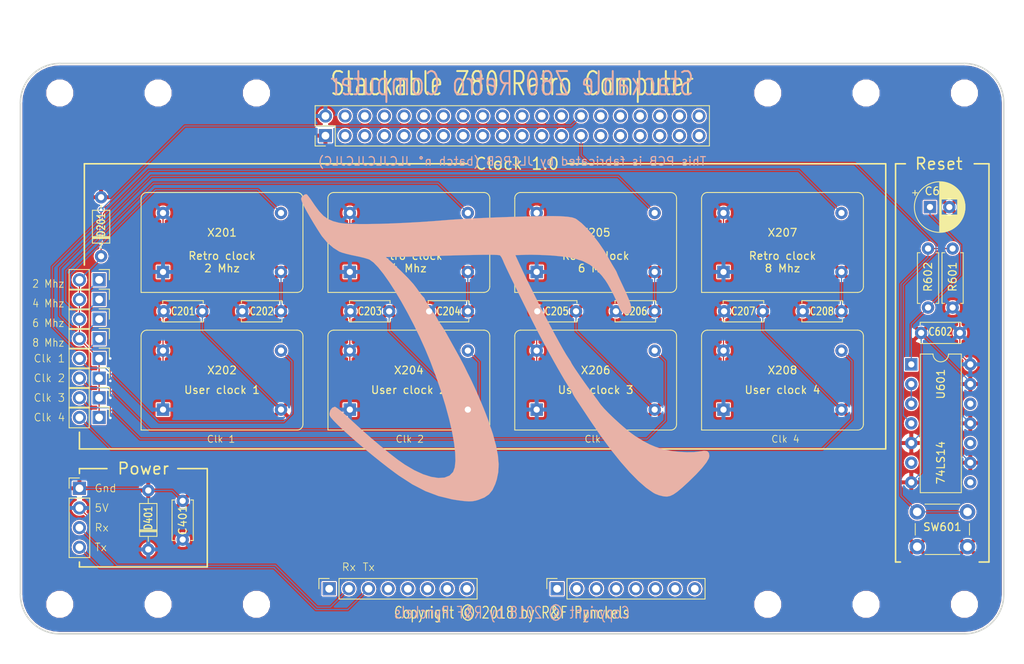
<source format=kicad_pcb>
(kicad_pcb (version 20171130) (host pcbnew "(5.0.0)")
  (title_block (title "S80 - Stackable Z80") (date 2018-10-22) (rev 1.0) (comment 1 "Copyright (c) 2018 by R&F Pynckels"))
  (layers (0 F.Cu signal) (31 B.Cu signal) (34 B.Paste user) (35 F.Paste user) (36 B.SilkS user) (37 F.SilkS user) (38 B.Mask user) (39 F.Mask user) (44 Edge.Cuts user))
  (net 0 "")
  (net 1 "/Breakout 2in/C0")
  (net 2 "/Breakout 2in/C1")
  (net 3 GND)
  (net 4 VCC)
  (net 5 "Net-(C601-Pad1)")
  (net 6 "Net-(R601-Pad2)")
  (net 7 "Net-(U601-Pad2)")
  (net 8 "Net-(JP201-Pad1)")
  (net 9 "Net-(JP202-Pad2)")
  (net 10 "Net-(JP203-Pad1)")
  (net 11 "Net-(JP204-Pad2)")
  (net 12 "Net-(JP205-Pad1)")
  (net 13 "Net-(JP206-Pad2)")
  (net 14 "Net-(JP207-Pad1)")
  (net 15 "Net-(JP208-Pad2)")
  (net 16 /Power/Rx)
  (net 17 /Power/Tx)
  (module Oscillator:Oscillator_DIP-14 (layer F.Cu) (at 153.035 94.234)
    (fp_text reference X205 (at 7.62 -5.08) (layer F.SilkS))
    (fp_text value 6Mhz)
    (pad 1 thru_hole rect (at 0 0) (size 1.6 1.6) (drill 0.8) (layers *.Cu *.Mask) (net 4 VCC))
    (pad 14 thru_hole circle (at 0 -7.62) (size 1.6 1.6) (drill 0.8) (layers *.Cu *.Mask) (net 4 VCC))
    (pad 8 thru_hole circle (at 15.24 -7.62) (size 1.6 1.6) (drill 0.8) (layers *.Cu *.Mask) (net 12 "Net-(JP205-Pad1)"))
    (pad 7 thru_hole circle (at 15.24 0) (size 1.6 1.6) (drill 0.8) (layers *.Cu *.Mask) (net 3 GND))
  )
  (module Capacitor_THT:C_Disc_D5.0mm_W2.5mm_P5.00mm (layer F.Cu) (at 144.145 99.314 180)
    (fp_text reference C204 (at 2.5 0 180) (layer F.SilkS) (effects (font (size 1 0.8))))
    (fp_text value 100pf)
    (pad 2 thru_hole circle (at 5 0 180) (size 1.6 1.6) (drill 0.8) (layers *.Cu *.Mask) (net 4 VCC))
    (pad 1 thru_hole circle (at 0 0 180) (size 1.6 1.6) (drill 0.8) (layers *.Cu *.Mask) (net 3 GND))
  )
  (module Pynckels:PinSocket_2x20_P2.54mm_Vertical (layer F.Cu) (at 125.7554 76.6318 90)
    (fp_text reference J201 hide)
    (fp_text value 02x20 hide)
    (pad 1 thru_hole rect (at 0 0 90) (size 1.7 1.7) (drill 1) (layers *.Cu *.Mask) (net 3 GND))
    (pad 2 thru_hole oval (at 2.54 0 90) (size 1.7 1.7) (drill 1) (layers *.Cu *.Mask) (net 4 VCC))
    (pad 3 thru_hole oval (at 0 2.54 90) (size 1.7 1.7) (drill 1) (layers *.Cu *.Mask))
    (pad 4 thru_hole oval (at 2.54 2.54 90) (size 1.7 1.7) (drill 1) (layers *.Cu *.Mask))
    (pad 5 thru_hole oval (at 0 5.08 90) (size 1.7 1.7) (drill 1) (layers *.Cu *.Mask))
    (pad 6 thru_hole oval (at 2.54 5.08 90) (size 1.7 1.7) (drill 1) (layers *.Cu *.Mask))
    (pad 7 thru_hole oval (at 0 7.62 90) (size 1.7 1.7) (drill 1) (layers *.Cu *.Mask))
    (pad 8 thru_hole oval (at 2.54 7.62 90) (size 1.7 1.7) (drill 1) (layers *.Cu *.Mask))
    (pad 9 thru_hole oval (at 0 10.16 90) (size 1.7 1.7) (drill 1) (layers *.Cu *.Mask))
    (pad 10 thru_hole oval (at 2.54 10.16 90) (size 1.7 1.7) (drill 1) (layers *.Cu *.Mask))
    (pad 11 thru_hole oval (at 0 12.7 90) (size 1.7 1.7) (drill 1) (layers *.Cu *.Mask))
    (pad 12 thru_hole oval (at 2.54 12.7 90) (size 1.7 1.7) (drill 1) (layers *.Cu *.Mask))
    (pad 13 thru_hole oval (at 0 15.24 90) (size 1.7 1.7) (drill 1) (layers *.Cu *.Mask))
    (pad 14 thru_hole oval (at 2.54 15.24 90) (size 1.7 1.7) (drill 1) (layers *.Cu *.Mask))
    (pad 15 thru_hole oval (at 0 17.78 90) (size 1.7 1.7) (drill 1) (layers *.Cu *.Mask))
    (pad 16 thru_hole oval (at 2.54 17.78 90) (size 1.7 1.7) (drill 1) (layers *.Cu *.Mask))
    (pad 17 thru_hole oval (at 0 20.32 90) (size 1.7 1.7) (drill 1) (layers *.Cu *.Mask))
    (pad 18 thru_hole oval (at 2.54 20.32 90) (size 1.7 1.7) (drill 1) (layers *.Cu *.Mask))
    (pad 19 thru_hole oval (at 0 22.86 90) (size 1.7 1.7) (drill 1) (layers *.Cu *.Mask))
    (pad 20 thru_hole oval (at 2.54 22.86 90) (size 1.7 1.7) (drill 1) (layers *.Cu *.Mask))
    (pad 21 thru_hole oval (at 0 25.4 90) (size 1.7 1.7) (drill 1) (layers *.Cu *.Mask))
    (pad 22 thru_hole oval (at 2.54 25.4 90) (size 1.7 1.7) (drill 1) (layers *.Cu *.Mask))
    (pad 23 thru_hole oval (at 0 27.94 90) (size 1.7 1.7) (drill 1) (layers *.Cu *.Mask))
    (pad 24 thru_hole oval (at 2.54 27.94 90) (size 1.7 1.7) (drill 1) (layers *.Cu *.Mask))
    (pad 25 thru_hole oval (at 0 30.48 90) (size 1.7 1.7) (drill 1) (layers *.Cu *.Mask))
    (pad 26 thru_hole oval (at 2.54 30.48 90) (size 1.7 1.7) (drill 1) (layers *.Cu *.Mask))
    (pad 27 thru_hole oval (at 0 33.02 90) (size 1.7 1.7) (drill 1) (layers *.Cu *.Mask) (net 1 "/Breakout 2in/C0"))
    (pad 28 thru_hole oval (at 2.54 33.02 90) (size 1.7 1.7) (drill 1) (layers *.Cu *.Mask) (net 2 "/Breakout 2in/C1"))
    (pad 29 thru_hole oval (at 0 35.56 90) (size 1.7 1.7) (drill 1) (layers *.Cu *.Mask))
    (pad 30 thru_hole oval (at 2.54 35.56 90) (size 1.7 1.7) (drill 1) (layers *.Cu *.Mask))
    (pad 31 thru_hole oval (at 0 38.1 90) (size 1.7 1.7) (drill 1) (layers *.Cu *.Mask))
    (pad 32 thru_hole oval (at 2.54 38.1 90) (size 1.7 1.7) (drill 1) (layers *.Cu *.Mask))
    (pad 33 thru_hole oval (at 0 40.64 90) (size 1.7 1.7) (drill 1) (layers *.Cu *.Mask))
    (pad 34 thru_hole oval (at 2.54 40.64 90) (size 1.7 1.7) (drill 1) (layers *.Cu *.Mask))
    (pad 35 thru_hole oval (at 0 43.18 90) (size 1.7 1.7) (drill 1) (layers *.Cu *.Mask))
    (pad 36 thru_hole oval (at 2.54 43.18 90) (size 1.7 1.7) (drill 1) (layers *.Cu *.Mask))
    (pad 37 thru_hole oval (at 0 45.72 90) (size 1.7 1.7) (drill 1) (layers *.Cu *.Mask))
    (pad 38 thru_hole oval (at 2.54 45.72 90) (size 1.7 1.7) (drill 1) (layers *.Cu *.Mask))
    (pad 39 thru_hole oval (at 0 48.26 90) (size 1.7 1.7) (drill 1) (layers *.Cu *.Mask))
    (pad 40 thru_hole oval (at 2.54 48.26 90) (size 1.7 1.7) (drill 1) (layers *.Cu *.Mask))
  )
  (module Resistor_THT:R_Axial_DIN0207_L6.3mm_D2.5mm_P7.62mm_Horizontal (layer F.Cu) (at 206.756 98.8314 90)
    (fp_text reference R601 (at 3.9624 0 90) (layer F.SilkS))
    (fp_text value 1K)
    (pad 2 thru_hole oval (at 7.62 0 90) (size 1.6 1.6) (drill 0.8) (layers *.Cu *.Mask) (net 6 "Net-(R601-Pad2)"))
    (pad 1 thru_hole circle (at 0 0 90) (size 1.6 1.6) (drill 0.8) (layers *.Cu *.Mask) (net 4 VCC))
  )
  (module Resistor_THT:R_Axial_DIN0207_L6.3mm_D2.5mm_P7.62mm_Horizontal (layer F.Cu) (at 203.581 98.8314 90)
    (fp_text reference R602 (at 3.9624 0 90) (layer F.SilkS))
    (fp_text value 1K)
    (pad 1 thru_hole circle (at 0 0 90) (size 1.6 1.6) (drill 0.8) (layers *.Cu *.Mask) (net 5 "Net-(C601-Pad1)"))
    (pad 2 thru_hole oval (at 7.62 0 90) (size 1.6 1.6) (drill 0.8) (layers *.Cu *.Mask) (net 6 "Net-(R601-Pad2)"))
  )
  (module Button_Switch_THT:SW_PUSH_6mm (layer F.Cu) (at 208.684 129.722 180)
    (fp_text reference SW601 (at 3.25 2.54 180) (layer F.SilkS))
    (fp_text value SW_Push)
    (pad 1 thru_hole circle (at 6.5 0 270) (size 2 2) (drill 1.1) (layers *.Cu *.Mask) (net 3 GND))
    (pad 2 thru_hole circle (at 6.5 4.5 270) (size 2 2) (drill 1.1) (layers *.Cu *.Mask) (net 6 "Net-(R601-Pad2)"))
    (pad 1 thru_hole circle (at 0 0 270) (size 2 2) (drill 1.1) (layers *.Cu *.Mask) (net 3 GND))
    (pad 2 thru_hole circle (at 0 4.5 270) (size 2 2) (drill 1.1) (layers *.Cu *.Mask) (net 6 "Net-(R601-Pad2)"))
  )
  (module Package_DIP:DIP-14_W7.62mm (layer F.Cu) (at 201.422 106.172)
    (fp_text reference U601 (at 3.81 2.54 90) (layer F.SilkS))
    (fp_text value 74LS14 (at 3.81 12.7 90) (layer F.SilkS))
    (pad 14 thru_hole oval (at 7.62 0) (size 1.6 1.6) (drill 0.8) (layers *.Cu *.Mask) (net 4 VCC))
    (pad 7 thru_hole oval (at 0 15.24) (size 1.6 1.6) (drill 0.8) (layers *.Cu *.Mask) (net 3 GND))
    (pad 13 thru_hole oval (at 7.62 2.54) (size 1.6 1.6) (drill 0.8) (layers *.Cu *.Mask) (net 3 GND))
    (pad 6 thru_hole oval (at 0 12.7) (size 1.6 1.6) (drill 0.8) (layers *.Cu *.Mask))
    (pad 12 thru_hole oval (at 7.62 5.08) (size 1.6 1.6) (drill 0.8) (layers *.Cu *.Mask))
    (pad 5 thru_hole oval (at 0 10.16) (size 1.6 1.6) (drill 0.8) (layers *.Cu *.Mask) (net 3 GND))
    (pad 11 thru_hole oval (at 7.62 7.62) (size 1.6 1.6) (drill 0.8) (layers *.Cu *.Mask) (net 3 GND))
    (pad 4 thru_hole oval (at 0 7.62) (size 1.6 1.6) (drill 0.8) (layers *.Cu *.Mask) (net 1 "/Breakout 2in/C0"))
    (pad 10 thru_hole oval (at 7.62 10.16) (size 1.6 1.6) (drill 0.8) (layers *.Cu *.Mask))
    (pad 3 thru_hole oval (at 0 5.08) (size 1.6 1.6) (drill 0.8) (layers *.Cu *.Mask) (net 7 "Net-(U601-Pad2)"))
    (pad 9 thru_hole oval (at 7.62 12.7) (size 1.6 1.6) (drill 0.8) (layers *.Cu *.Mask) (net 3 GND))
    (pad 2 thru_hole oval (at 0 2.54) (size 1.6 1.6) (drill 0.8) (layers *.Cu *.Mask) (net 7 "Net-(U601-Pad2)"))
    (pad 8 thru_hole oval (at 7.62 15.24) (size 1.6 1.6) (drill 0.8) (layers *.Cu *.Mask))
    (pad 1 thru_hole rect (at 0 0) (size 1.6 1.6) (drill 0.8) (layers *.Cu *.Mask) (net 5 "Net-(C601-Pad1)"))
  )
  (module Connector_PinSocket_2.54mm:PinSocket_1x08_P2.54mm_Vertical (layer F.Cu) (at 126.238 135.1534 90)
    (fp_text reference J402 hide)
    (fp_text value 01x08)
    (pad 8 thru_hole oval (at 0 17.78 90) (size 1.7 1.7) (drill 1) (layers *.Cu *.Mask))
    (pad 7 thru_hole oval (at 0 15.24 90) (size 1.7 1.7) (drill 1) (layers *.Cu *.Mask))
    (pad 6 thru_hole oval (at 0 12.7 90) (size 1.7 1.7) (drill 1) (layers *.Cu *.Mask))
    (pad 5 thru_hole oval (at 0 10.16 90) (size 1.7 1.7) (drill 1) (layers *.Cu *.Mask))
    (pad 4 thru_hole oval (at 0 7.62 90) (size 1.7 1.7) (drill 1) (layers *.Cu *.Mask))
    (pad 3 thru_hole oval (at 0 5.08 90) (size 1.7 1.7) (drill 1) (layers *.Cu *.Mask) (net 17 /Power/Tx))
    (pad 2 thru_hole oval (at 0 2.54 90) (size 1.7 1.7) (drill 1) (layers *.Cu *.Mask) (net 16 /Power/Rx))
    (pad 1 thru_hole rect (at 0 0 90) (size 1.7 1.7) (drill 1) (layers *.Cu *.Mask))
  )
  (module Connector_PinSocket_2.54mm:PinSocket_1x08_P2.54mm_Vertical (layer F.Cu) (at 155.6766 135.1534 90)
    (fp_text reference J403 hide)
    (fp_text value 01x08)
    (pad 1 thru_hole rect (at 0 0 90) (size 1.7 1.7) (drill 1) (layers *.Cu *.Mask))
    (pad 2 thru_hole oval (at 0 2.54 90) (size 1.7 1.7) (drill 1) (layers *.Cu *.Mask))
    (pad 3 thru_hole oval (at 0 5.08 90) (size 1.7 1.7) (drill 1) (layers *.Cu *.Mask))
    (pad 4 thru_hole oval (at 0 7.62 90) (size 1.7 1.7) (drill 1) (layers *.Cu *.Mask))
    (pad 5 thru_hole oval (at 0 10.16 90) (size 1.7 1.7) (drill 1) (layers *.Cu *.Mask))
    (pad 6 thru_hole oval (at 0 12.7 90) (size 1.7 1.7) (drill 1) (layers *.Cu *.Mask))
    (pad 7 thru_hole oval (at 0 15.24 90) (size 1.7 1.7) (drill 1) (layers *.Cu *.Mask))
    (pad 8 thru_hole oval (at 0 17.78 90) (size 1.7 1.7) (drill 1) (layers *.Cu *.Mask))
  )
  (module Connector_PinHeader_2.54mm:PinHeader_1x04_P2.54mm_Vertical (layer F.Cu) (at 93.98 122.174)
    (fp_text reference J404 hide)
    (fp_text value 01x04)
    (pad 1 thru_hole rect (at 0 0) (size 1.7 1.7) (drill 1) (layers *.Cu *.Mask) (net 3 GND))
    (pad 2 thru_hole oval (at 0 2.54) (size 1.7 1.7) (drill 1) (layers *.Cu *.Mask) (net 4 VCC))
    (pad 3 thru_hole oval (at 0 5.08) (size 1.7 1.7) (drill 1) (layers *.Cu *.Mask) (net 16 /Power/Rx))
    (pad 4 thru_hole oval (at 0 7.62) (size 1.7 1.7) (drill 1) (layers *.Cu *.Mask) (net 17 /Power/Tx))
  )
  (module Capacitor_THT:C_Disc_D5.0mm_W2.5mm_P5.00mm (layer F.Cu) (at 109.855 99.314 180)
    (fp_text reference C201 (at 2.5 0 180) (layer F.SilkS) (effects (font (size 1 0.8))))
    (fp_text value 100pf)
    (pad 1 thru_hole circle (at 0 0 180) (size 1.6 1.6) (drill 0.8) (layers *.Cu *.Mask) (net 3 GND))
    (pad 2 thru_hole circle (at 5 0 180) (size 1.6 1.6) (drill 0.8) (layers *.Cu *.Mask) (net 4 VCC))
  )
  (module Capacitor_THT:C_Disc_D5.0mm_W2.5mm_P5.00mm (layer F.Cu) (at 120.015 99.314 180)
    (fp_text reference C202 (at 2.5 0 180) (layer F.SilkS) (effects (font (size 1 0.8))))
    (fp_text value 100pf)
    (pad 2 thru_hole circle (at 5 0 180) (size 1.6 1.6) (drill 0.8) (layers *.Cu *.Mask) (net 4 VCC))
    (pad 1 thru_hole circle (at 0 0 180) (size 1.6 1.6) (drill 0.8) (layers *.Cu *.Mask) (net 3 GND))
  )
  (module Capacitor_THT:C_Disc_D5.0mm_W2.5mm_P5.00mm (layer F.Cu) (at 133.985 99.314 180)
    (fp_text reference C203 (at 2.5 0 180) (layer F.SilkS) (effects (font (size 1 0.8))))
    (fp_text value 100pf)
    (pad 1 thru_hole circle (at 0 0 180) (size 1.6 1.6) (drill 0.8) (layers *.Cu *.Mask) (net 3 GND))
    (pad 2 thru_hole circle (at 5 0 180) (size 1.6 1.6) (drill 0.8) (layers *.Cu *.Mask) (net 4 VCC))
  )
  (module Capacitor_THT:C_Disc_D5.0mm_W2.5mm_P5.00mm (layer F.Cu) (at 158.115 99.314 180)
    (fp_text reference C205 (at 2.5 0 180) (layer F.SilkS) (effects (font (size 1 0.8))))
    (fp_text value 100pf)
    (pad 1 thru_hole circle (at 0 0 180) (size 1.6 1.6) (drill 0.8) (layers *.Cu *.Mask) (net 3 GND))
    (pad 2 thru_hole circle (at 5 0 180) (size 1.6 1.6) (drill 0.8) (layers *.Cu *.Mask) (net 4 VCC))
  )
  (module Capacitor_THT:C_Disc_D5.0mm_W2.5mm_P5.00mm (layer F.Cu) (at 168.275 99.314 180)
    (fp_text reference C206 (at 2.5 0 180) (layer F.SilkS) (effects (font (size 1 0.8))))
    (fp_text value 100pf)
    (pad 1 thru_hole circle (at 0 0 180) (size 1.6 1.6) (drill 0.8) (layers *.Cu *.Mask) (net 3 GND))
    (pad 2 thru_hole circle (at 5 0 180) (size 1.6 1.6) (drill 0.8) (layers *.Cu *.Mask) (net 4 VCC))
  )
  (module Capacitor_THT:C_Disc_D5.0mm_W2.5mm_P5.00mm (layer F.Cu) (at 182.245 99.314 180)
    (fp_text reference C207 (at 2.54 0 180) (layer F.SilkS) (effects (font (size 1 0.8))))
    (fp_text value 100pf)
    (pad 2 thru_hole circle (at 5 0 180) (size 1.6 1.6) (drill 0.8) (layers *.Cu *.Mask) (net 4 VCC))
    (pad 1 thru_hole circle (at 0 0 180) (size 1.6 1.6) (drill 0.8) (layers *.Cu *.Mask) (net 3 GND))
  )
  (module Capacitor_THT:C_Disc_D5.0mm_W2.5mm_P5.00mm (layer F.Cu) (at 192.405 99.314 180)
    (fp_text reference C208 (at 2.54 0 180) (layer F.SilkS) (effects (font (size 1 0.8))))
    (fp_text value 100pf)
    (pad 1 thru_hole circle (at 0 0 180) (size 1.6 1.6) (drill 0.8) (layers *.Cu *.Mask) (net 3 GND))
    (pad 2 thru_hole circle (at 5 0 180) (size 1.6 1.6) (drill 0.8) (layers *.Cu *.Mask) (net 4 VCC))
  )
  (module Capacitor_THT:C_Disc_D5.0mm_W2.5mm_P5.00mm (layer F.Cu) (at 107.315 123.7996 270)
    (fp_text reference C401 (at 2.5 0 270) (layer F.SilkS))
    (fp_text value 100pf)
    (pad 1 thru_hole circle (at 0 0 270) (size 1.6 1.6) (drill 0.8) (layers *.Cu *.Mask) (net 3 GND))
    (pad 2 thru_hole circle (at 5 0 270) (size 1.6 1.6) (drill 0.8) (layers *.Cu *.Mask) (net 4 VCC))
  )
  (module Capacitor_THT:CP_Radial_D6.3mm_P2.50mm (layer F.Cu) (at 203.835 85.852)
    (fp_text reference C601 (at 1.25 -2.053401) (layer F.SilkS))
    (fp_text value 22μF)
    (pad 1 thru_hole rect (at 0 0) (size 1.6 1.6) (drill 0.8) (layers *.Cu *.Mask) (net 5 "Net-(C601-Pad1)"))
    (pad 2 thru_hole circle (at 2.5 0) (size 1.6 1.6) (drill 0.8) (layers *.Cu *.Mask) (net 3 GND))
  )
  (module Capacitor_THT:C_Disc_D5.0mm_W2.5mm_P5.00mm (layer F.Cu) (at 202.692 102.108)
    (fp_text reference C602 (at 2.5 -0.153401) (layer F.SilkS) (effects (font (size 1 0.8))))
    (fp_text value 100pf)
    (pad 1 thru_hole circle (at 0 0) (size 1.6 1.6) (drill 0.8) (layers *.Cu *.Mask) (net 3 GND))
    (pad 2 thru_hole circle (at 5 0) (size 1.6 1.6) (drill 0.8) (layers *.Cu *.Mask) (net 4 VCC))
  )
  (module Pynckels:D_Zener_Reverse_Biased (layer F.Cu) (at 102.87 130.0734 90)
    (fp_text reference D401 (at 4.064 0 90) (layer F.SilkS) (effects (font (size 1 0.8))))
    (fp_text value 5V1 hide)
    (pad 1 thru_hole oval (at 7.62 0 90) (size 1.6 1.6) (drill 0.8) (layers *.Cu *.Mask) (net 3 GND))
    (pad 2 thru_hole oval (at 0 0 90) (size 1.6 1.6) (drill 0.8) (layers *.Cu *.Mask) (net 4 VCC))
  )
  (module Oscillator:Oscillator_DIP-14 (layer F.Cu) (at 104.775 94.234)
    (fp_text reference X201 (at 7.62 -5.08) (layer F.SilkS))
    (fp_text value 2.5Mhz)
    (pad 1 thru_hole rect (at 0 0) (size 1.6 1.6) (drill 0.8) (layers *.Cu *.Mask) (net 4 VCC))
    (pad 14 thru_hole circle (at 0 -7.62) (size 1.6 1.6) (drill 0.8) (layers *.Cu *.Mask) (net 4 VCC))
    (pad 8 thru_hole circle (at 15.24 -7.62) (size 1.6 1.6) (drill 0.8) (layers *.Cu *.Mask) (net 8 "Net-(JP201-Pad1)"))
    (pad 7 thru_hole circle (at 15.24 0) (size 1.6 1.6) (drill 0.8) (layers *.Cu *.Mask) (net 3 GND))
  )
  (module Oscillator:Oscillator_DIP-14 (layer F.Cu) (at 104.775 112.014)
    (fp_text reference X202 (at 7.62 -5.08) (layer F.SilkS))
    (fp_text value "User clk 1")
    (pad 7 thru_hole circle (at 15.24 0) (size 1.6 1.6) (drill 0.8) (layers *.Cu *.Mask) (net 3 GND))
    (pad 8 thru_hole circle (at 15.24 -7.62) (size 1.6 1.6) (drill 0.8) (layers *.Cu *.Mask) (net 9 "Net-(JP202-Pad2)"))
    (pad 14 thru_hole circle (at 0 -7.62) (size 1.6 1.6) (drill 0.8) (layers *.Cu *.Mask) (net 4 VCC))
    (pad 1 thru_hole rect (at 0 0) (size 1.6 1.6) (drill 0.8) (layers *.Cu *.Mask) (net 4 VCC))
  )
  (module Oscillator:Oscillator_DIP-14 (layer F.Cu) (at 128.905 94.234)
    (fp_text reference X203 (at 7.62 -5.08) (layer F.SilkS))
    (fp_text value 4Mhz)
    (pad 7 thru_hole circle (at 15.24 0) (size 1.6 1.6) (drill 0.8) (layers *.Cu *.Mask) (net 3 GND))
    (pad 8 thru_hole circle (at 15.24 -7.62) (size 1.6 1.6) (drill 0.8) (layers *.Cu *.Mask) (net 10 "Net-(JP203-Pad1)"))
    (pad 14 thru_hole circle (at 0 -7.62) (size 1.6 1.6) (drill 0.8) (layers *.Cu *.Mask) (net 4 VCC))
    (pad 1 thru_hole rect (at 0 0) (size 1.6 1.6) (drill 0.8) (layers *.Cu *.Mask) (net 4 VCC))
  )
  (module Oscillator:Oscillator_DIP-14 (layer F.Cu) (at 128.905 112.014)
    (fp_text reference X204 (at 7.62 -5.08) (layer F.SilkS))
    (fp_text value "User clk 2")
    (pad 1 thru_hole rect (at 0 0) (size 1.6 1.6) (drill 0.8) (layers *.Cu *.Mask) (net 4 VCC))
    (pad 14 thru_hole circle (at 0 -7.62) (size 1.6 1.6) (drill 0.8) (layers *.Cu *.Mask) (net 4 VCC))
    (pad 8 thru_hole circle (at 15.24 -7.62) (size 1.6 1.6) (drill 0.8) (layers *.Cu *.Mask) (net 11 "Net-(JP204-Pad2)"))
    (pad 7 thru_hole circle (at 15.24 0) (size 1.6 1.6) (drill 0.8) (layers *.Cu *.Mask) (net 3 GND))
  )
  (module Oscillator:Oscillator_DIP-14 (layer F.Cu) (at 153.035 112.014)
    (fp_text reference X206 (at 7.62 -5.08) (layer F.SilkS))
    (fp_text value "User clk 3")
    (pad 7 thru_hole circle (at 15.24 0) (size 1.6 1.6) (drill 0.8) (layers *.Cu *.Mask) (net 3 GND))
    (pad 8 thru_hole circle (at 15.24 -7.62) (size 1.6 1.6) (drill 0.8) (layers *.Cu *.Mask) (net 13 "Net-(JP206-Pad2)"))
    (pad 14 thru_hole circle (at 0 -7.62) (size 1.6 1.6) (drill 0.8) (layers *.Cu *.Mask) (net 4 VCC))
    (pad 1 thru_hole rect (at 0 0) (size 1.6 1.6) (drill 0.8) (layers *.Cu *.Mask) (net 4 VCC))
  )
  (module Oscillator:Oscillator_DIP-14 (layer F.Cu) (at 177.165 94.234)
    (fp_text reference X207 (at 7.62 -5.08) (layer F.SilkS))
    (fp_text value 8Mhz)
    (pad 1 thru_hole rect (at 0 0) (size 1.6 1.6) (drill 0.8) (layers *.Cu *.Mask) (net 4 VCC))
    (pad 14 thru_hole circle (at 0 -7.62) (size 1.6 1.6) (drill 0.8) (layers *.Cu *.Mask) (net 4 VCC))
    (pad 8 thru_hole circle (at 15.24 -7.62) (size 1.6 1.6) (drill 0.8) (layers *.Cu *.Mask) (net 14 "Net-(JP207-Pad1)"))
    (pad 7 thru_hole circle (at 15.24 0) (size 1.6 1.6) (drill 0.8) (layers *.Cu *.Mask) (net 3 GND))
  )
  (module Oscillator:Oscillator_DIP-14 (layer F.Cu) (at 177.165 112.014)
    (fp_text reference X208 (at 7.62 -5.08) (layer F.SilkS))
    (fp_text value "User clk 4")
    (pad 1 thru_hole rect (at 0 0) (size 1.6 1.6) (drill 0.8) (layers *.Cu *.Mask) (net 4 VCC))
    (pad 14 thru_hole circle (at 0 -7.62) (size 1.6 1.6) (drill 0.8) (layers *.Cu *.Mask) (net 4 VCC))
    (pad 8 thru_hole circle (at 15.24 -7.62) (size 1.6 1.6) (drill 0.8) (layers *.Cu *.Mask) (net 15 "Net-(JP208-Pad2)"))
    (pad 7 thru_hole circle (at 15.24 0) (size 1.6 1.6) (drill 0.8) (layers *.Cu *.Mask) (net 3 GND))
  )
  (module Connector_PinHeader_2.54mm:PinHeader_1x02_P2.54mm_Vertical (layer F.Cu) (at 96.52 95.25 270)
    (fp_text reference JP201 hide)
    (fp_text value 01x02)
    (pad 1 thru_hole rect (at 0 0 270) (size 1.7 1.7) (drill 1) (layers *.Cu *.Mask) (net 8 "Net-(JP201-Pad1)"))
    (pad 2 thru_hole oval (at 0 2.54 270) (size 1.7 1.7) (drill 1) (layers *.Cu *.Mask) (net 2 "/Breakout 2in/C1"))
  )
  (module Connector_PinHeader_2.54mm:PinHeader_1x02_P2.54mm_Vertical (layer F.Cu) (at 96.52 105.41 270)
    (fp_text reference JP202 hide)
    (fp_text value 01x02)
    (pad 1 thru_hole rect (at 0 0 270) (size 1.7 1.7) (drill 1) (layers *.Cu *.Mask) (net 2 "/Breakout 2in/C1"))
    (pad 2 thru_hole oval (at 0 2.54 270) (size 1.7 1.7) (drill 1) (layers *.Cu *.Mask) (net 9 "Net-(JP202-Pad2)"))
  )
  (module Connector_PinHeader_2.54mm:PinHeader_1x02_P2.54mm_Vertical (layer F.Cu) (at 96.52 97.79 270)
    (fp_text reference JP203 hide)
    (fp_text value 01x02)
    (pad 2 thru_hole oval (at 0 2.54 270) (size 1.7 1.7) (drill 1) (layers *.Cu *.Mask) (net 2 "/Breakout 2in/C1"))
    (pad 1 thru_hole rect (at 0 0 270) (size 1.7 1.7) (drill 1) (layers *.Cu *.Mask) (net 10 "Net-(JP203-Pad1)"))
  )
  (module Connector_PinHeader_2.54mm:PinHeader_1x02_P2.54mm_Vertical (layer F.Cu) (at 96.52 107.95 270)
    (fp_text reference JP204 hide)
    (fp_text value 01x02)
    (pad 2 thru_hole oval (at 0 2.54 270) (size 1.7 1.7) (drill 1) (layers *.Cu *.Mask) (net 11 "Net-(JP204-Pad2)"))
    (pad 1 thru_hole rect (at 0 0 270) (size 1.7 1.7) (drill 1) (layers *.Cu *.Mask) (net 2 "/Breakout 2in/C1"))
  )
  (module Connector_PinHeader_2.54mm:PinHeader_1x02_P2.54mm_Vertical (layer F.Cu) (at 96.52 100.33 270)
    (fp_text reference JP205 hide)
    (fp_text value 01x02)
    (pad 1 thru_hole rect (at 0 0 270) (size 1.7 1.7) (drill 1) (layers *.Cu *.Mask) (net 12 "Net-(JP205-Pad1)"))
    (pad 2 thru_hole oval (at 0 2.54 270) (size 1.7 1.7) (drill 1) (layers *.Cu *.Mask) (net 2 "/Breakout 2in/C1"))
  )
  (module Connector_PinHeader_2.54mm:PinHeader_1x02_P2.54mm_Vertical (layer F.Cu) (at 96.52 110.49 270)
    (fp_text reference JP206 hide)
    (fp_text value 01x02)
    (pad 1 thru_hole rect (at 0 0 270) (size 1.7 1.7) (drill 1) (layers *.Cu *.Mask) (net 2 "/Breakout 2in/C1"))
    (pad 2 thru_hole oval (at 0 2.54 270) (size 1.7 1.7) (drill 1) (layers *.Cu *.Mask) (net 13 "Net-(JP206-Pad2)"))
  )
  (module Connector_PinHeader_2.54mm:PinHeader_1x02_P2.54mm_Vertical (layer F.Cu) (at 96.52 102.87 270)
    (fp_text reference JP207 hide)
    (fp_text value 01x02)
    (pad 2 thru_hole oval (at 0 2.54 270) (size 1.7 1.7) (drill 1) (layers *.Cu *.Mask) (net 2 "/Breakout 2in/C1"))
    (pad 1 thru_hole rect (at 0 0 270) (size 1.7 1.7) (drill 1) (layers *.Cu *.Mask) (net 14 "Net-(JP207-Pad1)"))
  )
  (module Connector_PinHeader_2.54mm:PinHeader_1x02_P2.54mm_Vertical (layer F.Cu) (at 96.52 113.03 270)
    (fp_text reference JP208 hide)
    (fp_text value 01x02)
    (pad 2 thru_hole oval (at 0 2.54 270) (size 1.7 1.7) (drill 1) (layers *.Cu *.Mask) (net 15 "Net-(JP208-Pad2)"))
    (pad 1 thru_hole rect (at 0 0 270) (size 1.7 1.7) (drill 1) (layers *.Cu *.Mask) (net 2 "/Breakout 2in/C1"))
  )
  (module Pynckels:D_Zener_Reverse_Biased (layer F.Cu) (at 96.774 92.202 90)
    (fp_text reference D201 (at 4.064 0 90) (layer F.SilkS) (effects (font (size 1 0.8))))
    (fp_text value 5V1 hide)
    (pad 1 thru_hole oval (at 7.62 0 90) (size 1.6 1.6) (drill 0.8) (layers *.Cu *.Mask) (net 3 GND))
    (pad 2 thru_hole oval (at 0 0 90) (size 1.6 1.6) (drill 0.8) (layers *.Cu *.Mask) (net 2 "/Breakout 2in/C1"))
  )
  (module Pynckels:pi (layer B.Cu) (at 149.79142 103.632 180)
    (fp_text reference G*** hide)
    (fp_text value LOGO hide)
  )
  (module Pynckels:MountingHole_3.2mm_M3 (layer F.Cu) (at 208.28 137.16)
    (fp_text reference REF** hide)
    (fp_text value MountingHole_3.2mm_M3 hide)
    (pad 1 np_thru_hole circle (at 0 0) (size 3.2 3.2) (drill 3.2) (layers *.Cu *.Mask))
  )
  (module Pynckels:MountingHole_3.2mm_M3 (layer F.Cu) (at 195.58 137.16)
    (fp_text reference REF** hide)
    (fp_text value MountingHole_3.2mm_M3 hide)
    (pad 1 np_thru_hole circle (at 0 0) (size 3.2 3.2) (drill 3.2) (layers *.Cu *.Mask))
  )
  (module Pynckels:MountingHole_3.2mm_M3 (layer F.Cu) (at 182.88 137.16)
    (fp_text reference REF** hide)
    (fp_text value MountingHole_3.2mm_M3 hide)
    (pad 1 np_thru_hole circle (at 0 0) (size 3.2 3.2) (drill 3.2) (layers *.Cu *.Mask))
  )
  (module Pynckels:MountingHole_3.2mm_M3 (layer F.Cu) (at 116.84 137.16)
    (fp_text reference REF** hide)
    (fp_text value MountingHole_3.2mm_M3 hide)
    (pad 1 np_thru_hole circle (at 0 0) (size 3.2 3.2) (drill 3.2) (layers *.Cu *.Mask))
  )
  (module Pynckels:MountingHole_3.2mm_M3 (layer F.Cu) (at 104.14 137.16)
    (fp_text reference REF** hide)
    (fp_text value MountingHole_3.2mm_M3 hide)
    (pad 1 np_thru_hole circle (at 0 0) (size 3.2 3.2) (drill 3.2) (layers *.Cu *.Mask))
  )
  (module Pynckels:MountingHole_3.2mm_M3 (layer F.Cu) (at 91.44 137.16)
    (fp_text reference REF** hide)
    (fp_text value MountingHole_3.2mm_M3 hide)
    (pad 1 np_thru_hole circle (at 0 0) (size 3.2 3.2) (drill 3.2) (layers *.Cu *.Mask))
  )
  (module Pynckels:MountingHole_3.2mm_M3 (layer F.Cu) (at 208.28 71.12)
    (fp_text reference REF** hide)
    (fp_text value MountingHole_3.2mm_M3 hide)
    (pad 1 np_thru_hole circle (at 0 0) (size 3.2 3.2) (drill 3.2) (layers *.Cu *.Mask))
  )
  (module Pynckels:MountingHole_3.2mm_M3 (layer F.Cu) (at 195.58 71.12)
    (fp_text reference REF** hide)
    (fp_text value MountingHole_3.2mm_M3 hide)
    (pad 1 np_thru_hole circle (at 0 0) (size 3.2 3.2) (drill 3.2) (layers *.Cu *.Mask))
  )
  (module Pynckels:MountingHole_3.2mm_M3 (layer F.Cu) (at 182.88 71.12)
    (fp_text reference REF** hide)
    (fp_text value MountingHole_3.2mm_M3 hide)
    (pad 1 np_thru_hole circle (at 0 0) (size 3.2 3.2) (drill 3.2) (layers *.Cu *.Mask))
  )
  (module Pynckels:MountingHole_3.2mm_M3 (layer F.Cu) (at 116.84 71.12)
    (fp_text reference REF** hide)
    (fp_text value MountingHole_3.2mm_M3 hide)
    (pad 1 np_thru_hole circle (at 0 0) (size 3.2 3.2) (drill 3.2) (layers *.Cu *.Mask))
  )
  (module Pynckels:MountingHole_3.2mm_M3 (layer F.Cu) (at 104.14 71.12)
    (fp_text reference REF** hide)
    (fp_text value MountingHole_3.2mm_M3 hide)
    (pad 1 np_thru_hole circle (at 0 0) (size 3.2 3.2) (drill 3.2) (layers *.Cu *.Mask))
  )
  (module Pynckels:MountingHole_3.2mm_M3 (layer F.Cu) (at 91.44 71.12)
    (fp_text reference REF** hide)
    (fp_text value MountingHole_3.2mm_M3 hide)
    (pad 1 np_thru_hole circle (at 0 0) (size 3.2 3.2) (drill 3.2) (layers *.Cu *.Mask))
  )
  (gr_line (start 94.615 93.345) (end 94.615 80.264) (layer F.SilkS) (width 0.2))
  (gr_line (start 93.98 117.094) (end 93.98 114.935) (layer F.SilkS) (width 0.2))
  (gr_line (start 93.98 120.269) (end 93.98 119.634) (layer F.SilkS) (width 0.2))
  (gr_line (start 93.98 131.699) (end 93.98 132.334) (layer F.SilkS) (width 0.2))
  (gr_text "Clk 4" (at 185.166 115.824) (layer F.SilkS) (effects (font (size 0.9 0.9) (thickness 0.1))))
  (gr_text "Clk 3" (at 161.036 115.824) (layer F.SilkS) (effects (font (size 0.9 0.9) (thickness 0.1))))
  (gr_text "Clk 2" (at 136.652 115.824) (layer F.SilkS) (effects (font (size 0.9 0.9) (thickness 0.1))))
  (gr_text "Clk 1" (at 112.268 115.824) (layer F.SilkS) (effects (font (size 0.9 0.9) (thickness 0.1))))
  (gr_text "Clk 4" (at 92.188169 113.03) (layer F.SilkS) (effects (font (size 1 1) (thickness 0.1)) (justify right)))
  (gr_text "Clk 3" (at 92.188169 110.49) (layer F.SilkS) (effects (font (size 1 1) (thickness 0.1)) (justify right)))
  (gr_text "Clk 2" (at 92.188169 107.95) (layer F.SilkS) (effects (font (size 1 1) (thickness 0.1)) (justify right)))
  (gr_text "Clk 1" (at 92.188169 105.41) (layer F.SilkS) (effects (font (size 1 1) (thickness 0.1)) (justify right)))
  (gr_text "8 Mhz" (at 92.075 103.378) (layer F.SilkS) (effects (font (size 1 0.9) (thickness 0.1)) (justify right)))
  (gr_text "6 Mhz" (at 92.075 100.838) (layer F.SilkS) (effects (font (size 1 0.9) (thickness 0.1)) (justify right)))
  (gr_text "4 Mhz" (at 92.075 98.298) (layer F.SilkS) (effects (font (size 1 0.9) (thickness 0.1)) (justify right)))
  (gr_text "2 Mhz" (at 92.075 95.758) (layer F.SilkS) (effects (font (size 1 0.9) (thickness 0.1)) (justify right)))
  (gr_text "Retro clock\n8 Mhz" (at 184.785 92.964) (layer F.SilkS) (effects (font (size 1 1))))
  (gr_text "Retro clock\n6 Mhz" (at 160.655 92.964) (layer F.SilkS) (effects (font (size 1 1))))
  (gr_text "Retro clock\n4 Mhz" (at 136.525 92.964) (layer F.SilkS) (effects (font (size 1 1))))
  (gr_text "Retro clock\n2 Mhz" (at 112.395 92.964) (layer F.SilkS) (effects (font (size 1 1))))
  (gr_text "User clock 4" (at 184.785 109.474) (layer F.SilkS) (effects (font (size 1 1))))
  (gr_text "User clock 3" (at 160.655 109.474) (layer F.SilkS) (effects (font (size 1 1))))
  (gr_text "User clock 1" (at 112.395 109.474) (layer F.SilkS) (effects (font (size 1 1))))
  (gr_text "User clock 2" (at 136.525 109.474) (layer F.SilkS) (effects (font (size 1 1))))
  (gr_line (start 156.972 80.264) (end 198.12 80.264) (layer F.SilkS) (width 0.2))
  (gr_line (start 94.615 80.264) (end 144.018 80.264) (layer F.SilkS) (width 0.2))
  (gr_text "Clock 1.0" (at 150.495 80.264) (layer F.SilkS) (effects (font (size 1.5 1.5) (thickness 0.2))))
  (gr_line (start 198.12 80.264) (end 198.12 117.094) (layer F.SilkS) (width 0.2))
  (gr_line (start 198.12 117.094) (end 93.98 117.094) (layer F.SilkS) (width 0.2))
  (gr_text Power (at 102.235 119.634) (layer F.SilkS) (effects (font (size 1.5 1.5) (thickness 0.2))))
  (gr_line (start 93.98 119.634) (end 97.536 119.634) (layer F.SilkS) (width 0.2))
  (gr_line (start 110.49 119.634) (end 106.68 119.634) (layer F.SilkS) (width 0.2))
  (gr_line (start 110.49 132.334) (end 110.49 119.634) (layer F.SilkS) (width 0.2))
  (gr_line (start 93.98 132.334) (end 110.49 132.334) (layer F.SilkS) (width 0.2))
  (gr_line (start 200.025 131.699) (end 199.39 131.699) (layer F.SilkS) (width 0.2))
  (gr_line (start 211.455 131.699) (end 210.185 131.699) (layer F.SilkS) (width 0.2))
  (gr_line (start 211.455 131.699) (end 211.455 80.264) (layer F.SilkS) (width 0.2))
  (gr_line (start 199.39 80.264) (end 200.66 80.264) (layer F.SilkS) (width 0.2))
  (gr_line (start 199.39 80.264) (end 199.39 131.699) (layer F.SilkS) (width 0.2))
  (gr_line (start 209.55 80.264) (end 211.455 80.264) (layer F.SilkS) (width 0.2))
  (gr_text Reset (at 204.978 80.264) (layer F.SilkS) (effects (font (size 1.5 1.5) (thickness 0.2))))
  (gr_text Gnd (at 95.885 122.174) (layer F.SilkS) (effects (font (size 1 1) (thickness 0.1)) (justify left)))
  (gr_text 5V (at 95.885 124.714) (layer F.SilkS) (effects (font (size 1 1) (thickness 0.1)) (justify left)))
  (gr_text Tx (at 95.885 129.794) (layer F.SilkS) (effects (font (size 1 1) (thickness 0.1)) (justify left)))
  (gr_text Rx (at 95.885 127.254) (layer F.SilkS) (effects (font (size 1 1) (thickness 0.1)) (justify left)))
  (gr_text Tx (at 131.34 132.35) (layer F.SilkS) (effects (font (size 1 1) (thickness 0.1))))
  (gr_text Rx (at 128.78 132.35) (layer F.SilkS) (effects (font (size 1 1) (thickness 0.1))))
  (gr_text "Copyright © 2018 by R&F Pynckels" (at 149.82952 138.24712) (layer B.SilkS) (effects (font (size 1.5 1.1)) (justify mirror)))
  (gr_text "Stackable Z80 Retro Computer" (at 149.86 69.9102) (layer B.SilkS) (effects (font (size 3 2) (thickness 0.25)) (justify mirror)))
  (gr_text "Copyright © 2018 by R&F Pynckels" (at 149.82952 138.24712) (layer F.SilkS) (effects (font (size 1.5 1.1))))
  (gr_text "Stackable Z80 Retro Computer" (at 149.86 69.9102) (layer F.SilkS) (effects (font (size 3 2) (thickness 0.25))))
  (gr_line (start 213.36 135.89) (end 213.36 72.39) (layer Edge.Cuts) (width 0.2))
  (gr_line (start 91.44 140.97) (end 208.28 140.97) (layer Edge.Cuts) (width 0.2))
  (gr_line (start 86.36 72.39) (end 86.36 135.89) (layer Edge.Cuts) (width 0.2))
  (gr_line (start 208.28 67.31) (end 91.44 67.31) (layer Edge.Cuts) (width 0.2))
  (gr_arc (start 208.28 72.39) (end 213.36 72.39) (angle -90) (layer Edge.Cuts) (width 0.2))
  (gr_arc (start 208.28 135.89) (end 208.28 140.97) (angle -90) (layer Edge.Cuts) (width 0.2))
  (gr_arc (start 91.44 135.89) (end 86.36 135.89) (angle -90) (layer Edge.Cuts) (width 0.2))
  (gr_arc (start 91.44 72.39) (end 91.44 67.31) (angle -90) (layer Edge.Cuts) (width 0.2))
  (gr_text "This PCB is fabricated by JLCPCB (batch n° JLCJLCJLCJLC)" (at 149.868 79.937) (layer B.SilkS) (effects (font (size 1.1 1.1)) (justify mirror)))
  (segment (start 158.78048 76.63688) (end 158.7754 76.6318) (width 0.1524) (layer B.Cu) (net 1))
  (segment (start 158.7754 79.16164) (end 158.7754 76.6318) (width 0.1524) (layer B.Cu) (net 1))
  (segment (start 159.84982 80.23606) (end 158.7754 79.16164) (width 0.1524) (layer B.Cu) (net 1))
  (segment (start 200.393399 112.763399) (end 200.393399 95.924807) (width 0.1524) (layer B.Cu) (net 1))
  (segment (start 201.422 113.792) (end 200.393399 112.763399) (width 0.1524) (layer B.Cu) (net 1))
  (segment (start 200.393399 95.924807) (end 204.609601 91.708605) (width 0.1524) (layer B.Cu) (net 1))
  (segment (start 204.609601 91.708605) (end 204.609601 90.717671) (width 0.1524) (layer B.Cu) (net 1))
  (segment (start 204.609601 90.717671) (end 194.12799 80.23606) (width 0.1524) (layer B.Cu) (net 1))
  (segment (start 194.12799 80.23606) (end 159.84982 80.23606) (width 0.1524) (layer B.Cu) (net 1))
  (segment (start 96.52 112.0276) (end 96.52 110.49) (width 0.1524) (layer F.Cu) (net 2))
  (segment (start 96.52 113.03) (end 96.52 112.0276) (width 0.1524) (layer F.Cu) (net 2))
  (segment (start 96.52 109.4876) (end 96.52 107.95) (width 0.1524) (layer F.Cu) (net 2))
  (segment (start 96.52 110.49) (end 96.52 109.4876) (width 0.1524) (layer F.Cu) (net 2))
  (segment (start 96.52 107.95) (end 96.52 105.41) (width 0.1524) (layer F.Cu) (net 2))
  (segment (start 96.52 105.41) (end 93.98 102.87) (width 0.1524) (layer F.Cu) (net 2))
  (segment (start 93.98 101.667919) (end 93.98 100.33) (width 0.1524) (layer F.Cu) (net 2))
  (segment (start 93.98 102.87) (end 93.98 101.667919) (width 0.1524) (layer F.Cu) (net 2))
  (segment (start 93.98 99.127919) (end 93.98 97.79) (width 0.1524) (layer F.Cu) (net 2))
  (segment (start 93.98 100.33) (end 93.98 99.127919) (width 0.1524) (layer F.Cu) (net 2))
  (segment (start 93.98 96.587919) (end 93.98 95.25) (width 0.1524) (layer F.Cu) (net 2))
  (segment (start 93.98 97.79) (end 93.98 96.587919) (width 0.1524) (layer F.Cu) (net 2))
  (segment (start 96.774 92.456) (end 96.774 92.202) (width 0.1524) (layer B.Cu) (net 2))
  (segment (start 93.98 95.25) (end 96.774 92.456) (width 0.1524) (layer B.Cu) (net 2))
  (via (at 96.774 86.2076) (size 0.6858) (drill 0.3302) (layers F.Cu B.Cu) (net 2))
  (segment (start 97.116899 85.864701) (end 96.774 86.2076) (width 0.1524) (layer B.Cu) (net 2))
  (segment (start 96.774 86.24062) (end 96.774 92.202) (width 0.1524) (layer F.Cu) (net 2))
  (segment (start 157.48508 75.38212) (end 158.7754 74.0918) (width 0.1524) (layer B.Cu) (net 2))
  (segment (start 96.774 86.2076) (end 107.59948 75.38212) (width 0.1524) (layer B.Cu) (net 2))
  (segment (start 107.59948 75.38212) (end 157.48508 75.38212) (width 0.1524) (layer B.Cu) (net 2))
  (segment (start 102.5906 122.174) (end 102.87 122.4534) (width 0.1524) (layer B.Cu) (net 3))
  (segment (start 93.98 122.174) (end 102.5906 122.174) (width 0.1524) (layer B.Cu) (net 3))
  (segment (start 105.9688 122.4534) (end 107.315 123.7996) (width 0.1524) (layer B.Cu) (net 3))
  (segment (start 102.87 122.4534) (end 105.9688 122.4534) (width 0.1524) (layer B.Cu) (net 3))
  (segment (start 192.405 95.36537) (end 192.405 99.314) (width 0.1524) (layer B.Cu) (net 3))
  (segment (start 192.405 94.234) (end 192.405 95.36537) (width 0.1524) (layer B.Cu) (net 3))
  (segment (start 168.275 94.234) (end 168.275 99.314) (width 0.1524) (layer B.Cu) (net 3))
  (segment (start 144.145 95.36537) (end 144.145 99.314) (width 0.1524) (layer B.Cu) (net 3))
  (segment (start 144.145 94.234) (end 144.145 95.36537) (width 0.1524) (layer B.Cu) (net 3))
  (segment (start 120.015 95.36537) (end 120.015 99.314) (width 0.1524) (layer B.Cu) (net 3))
  (segment (start 120.015 94.234) (end 120.015 95.36537) (width 0.1524) (layer B.Cu) (net 3))
  (segment (start 133.985 101.854) (end 133.985 99.314) (width 0.1524) (layer B.Cu) (net 3))
  (segment (start 144.145 112.014) (end 133.985 101.854) (width 0.1524) (layer B.Cu) (net 3))
  (segment (start 158.115 101.854) (end 158.115 99.314) (width 0.1524) (layer B.Cu) (net 3))
  (segment (start 168.275 112.014) (end 158.115 101.854) (width 0.1524) (layer B.Cu) (net 3))
  (segment (start 182.245 101.854) (end 182.245 99.314) (width 0.1524) (layer B.Cu) (net 3))
  (segment (start 192.405 112.014) (end 182.245 101.854) (width 0.1524) (layer B.Cu) (net 3))
  (segment (start 209.042 108.458) (end 209.042 108.712) (width 0.1524) (layer B.Cu) (net 3))
  (segment (start 202.692 115.062) (end 202.692 102.108) (width 0.1524) (layer B.Cu) (net 3))
  (segment (start 201.422 116.332) (end 202.692 115.062) (width 0.1524) (layer B.Cu) (net 3))
  (segment (start 202.692 120.142) (end 201.422 121.412) (width 0.1524) (layer B.Cu) (net 3))
  (segment (start 202.692 115.062) (end 202.692 120.142) (width 0.1524) (layer B.Cu) (net 3))
  (segment (start 208.242001 118.072001) (end 209.042 118.872) (width 0.1524) (layer B.Cu) (net 3))
  (segment (start 208.013399 117.843399) (end 208.242001 118.072001) (width 0.1524) (layer B.Cu) (net 3))
  (segment (start 208.242001 112.989362) (end 208.013399 112.76076) (width 0.1524) (layer B.Cu) (net 3))
  (segment (start 208.242001 112.992001) (end 208.242001 112.989362) (width 0.1524) (layer B.Cu) (net 3))
  (segment (start 209.042 113.792) (end 208.242001 112.992001) (width 0.1524) (layer B.Cu) (net 3))
  (segment (start 208.013399 112.76076) (end 208.013399 117.843399) (width 0.1524) (layer B.Cu) (net 3))
  (segment (start 208.013399 107.429399) (end 207.98282 107.39882) (width 0.1524) (layer B.Cu) (net 3))
  (segment (start 208.013399 112.76076) (end 208.013399 107.429399) (width 0.1524) (layer B.Cu) (net 3))
  (segment (start 202.692 102.108) (end 207.98282 107.39882) (width 0.1524) (layer B.Cu) (net 3))
  (segment (start 207.98282 107.39882) (end 209.042 108.458) (width 0.1524) (layer B.Cu) (net 3))
  (segment (start 109.855 100.44537) (end 109.855 99.314) (width 0.1524) (layer B.Cu) (net 3))
  (segment (start 109.855 101.85654) (end 109.855 100.44537) (width 0.1524) (layer B.Cu) (net 3))
  (segment (start 120.015 112.014) (end 120.01246 112.014) (width 0.1524) (layer B.Cu) (net 3))
  (segment (start 120.01246 112.014) (end 109.855 101.85654) (width 0.1524) (layer B.Cu) (net 3))
  (segment (start 99.3394 130.0734) (end 102.87 130.0734) (width 0.1524) (layer F.Cu) (net 4))
  (segment (start 93.98 124.714) (end 99.3394 130.0734) (width 0.1524) (layer F.Cu) (net 4))
  (segment (start 106.0412 130.0734) (end 107.315 128.7996) (width 0.1524) (layer F.Cu) (net 4))
  (segment (start 102.87 130.0734) (end 106.0412 130.0734) (width 0.1524) (layer F.Cu) (net 4))
  (segment (start 104.775 87.74537) (end 104.775 94.234) (width 0.1524) (layer F.Cu) (net 4))
  (segment (start 104.775 86.614) (end 104.775 87.74537) (width 0.1524) (layer F.Cu) (net 4))
  (segment (start 128.905 86.614) (end 128.905 94.234) (width 0.1524) (layer F.Cu) (net 4))
  (segment (start 153.035 86.614) (end 153.035 94.234) (width 0.1524) (layer F.Cu) (net 4))
  (segment (start 177.165 86.614) (end 177.165 94.234) (width 0.1524) (layer F.Cu) (net 4))
  (segment (start 177.245 104.314) (end 177.165 104.394) (width 0.1524) (layer F.Cu) (net 4))
  (segment (start 177.165 105.52537) (end 177.165 112.014) (width 0.1524) (layer F.Cu) (net 4))
  (segment (start 177.165 104.394) (end 177.165 105.52537) (width 0.1524) (layer F.Cu) (net 4))
  (segment (start 177.165 99.394) (end 177.245 99.314) (width 0.1524) (layer F.Cu) (net 4))
  (segment (start 177.165 104.394) (end 177.165 99.394) (width 0.1524) (layer F.Cu) (net 4))
  (segment (start 153.035 111.0616) (end 153.035 104.394) (width 0.1524) (layer F.Cu) (net 4))
  (segment (start 153.035 112.014) (end 153.035 111.0616) (width 0.1524) (layer F.Cu) (net 4))
  (segment (start 153.035 99.394) (end 153.115 99.314) (width 0.1524) (layer F.Cu) (net 4))
  (segment (start 153.035 104.394) (end 153.035 99.394) (width 0.1524) (layer F.Cu) (net 4))
  (segment (start 128.905 111.0616) (end 128.905 104.394) (width 0.1524) (layer F.Cu) (net 4))
  (segment (start 128.905 112.014) (end 128.905 111.0616) (width 0.1524) (layer F.Cu) (net 4))
  (segment (start 128.905 99.394) (end 128.985 99.314) (width 0.1524) (layer F.Cu) (net 4))
  (segment (start 128.905 104.394) (end 128.905 99.394) (width 0.1524) (layer F.Cu) (net 4))
  (segment (start 104.775 111.0616) (end 104.775 104.394) (width 0.1524) (layer F.Cu) (net 4))
  (segment (start 104.775 112.014) (end 104.775 111.0616) (width 0.1524) (layer F.Cu) (net 4))
  (segment (start 104.775 99.394) (end 104.855 99.314) (width 0.1524) (layer F.Cu) (net 4))
  (segment (start 104.775 104.394) (end 104.775 99.394) (width 0.1524) (layer F.Cu) (net 4))
  (segment (start 207.692 104.822) (end 209.042 106.172) (width 0.1524) (layer F.Cu) (net 4))
  (segment (start 207.692 102.108) (end 207.692 104.822) (width 0.1524) (layer F.Cu) (net 4))
  (segment (start 207.692 99.7674) (end 207.692 102.108) (width 0.1524) (layer F.Cu) (net 4))
  (segment (start 206.756 98.8314) (end 207.692 99.7674) (width 0.1524) (layer F.Cu) (net 4))
  (via (at 97.97288 110.49508) (size 0.6858) (drill 0.3302) (layers F.Cu B.Cu) (net 4))
  (via (at 97.97288 113.09096) (size 0.6858) (drill 0.3302) (layers F.Cu B.Cu) (net 4))
  (via (at 97.9551 105.40492) (size 0.6858) (drill 0.3302) (layers F.Cu B.Cu) (net 4))
  (via (at 97.96526 108.30052) (size 0.6858) (drill 0.3302) (layers F.Cu B.Cu) (net 4))
  (segment (start 97.97288 110.49508) (end 97.97288 113.09096) (width 0.1524) (layer F.Cu) (net 4))
  (segment (start 97.96526 110.48746) (end 97.97288 110.49508) (width 0.1524) (layer F.Cu) (net 4))
  (segment (start 97.96526 108.07954) (end 97.96526 110.48746) (width 0.1524) (layer F.Cu) (net 4))
  (segment (start 97.9551 105.40492) (end 97.95764 108.14304) (width 0.1524) (layer F.Cu) (net 4))
  (segment (start 97.95764 108.14304) (end 97.96526 108.07954) (width 0.1524) (layer F.Cu) (net 4))
  (segment (start 177.165 94.234) (end 182.325 94.234) (width 0.1524) (layer F.Cu) (net 4))
  (segment (start 182.325 94.234) (end 187.405 99.314) (width 0.1524) (layer F.Cu) (net 4))
  (segment (start 153.035 94.234) (end 158.195 94.234) (width 0.1524) (layer F.Cu) (net 4))
  (segment (start 158.195 94.234) (end 163.275 99.314) (width 0.1524) (layer F.Cu) (net 4))
  (segment (start 128.905 94.234) (end 134.065 94.234) (width 0.1524) (layer F.Cu) (net 4))
  (segment (start 134.065 94.234) (end 139.145 99.314) (width 0.1524) (layer F.Cu) (net 4))
  (segment (start 104.775 94.234) (end 109.935 94.234) (width 0.1524) (layer F.Cu) (net 4))
  (segment (start 109.935 94.234) (end 115.015 99.314) (width 0.1524) (layer F.Cu) (net 4))
  (segment (start 201.422 100.9904) (end 203.581 98.8314) (width 0.1524) (layer B.Cu) (net 5))
  (segment (start 201.422 106.172) (end 201.422 100.9904) (width 0.1524) (layer B.Cu) (net 5))
  (segment (start 203.835 86.8044) (end 203.835 85.852) (width 0.1524) (layer B.Cu) (net 5))
  (segment (start 207.784601 90.754001) (end 203.835 86.8044) (width 0.1524) (layer B.Cu) (net 5))
  (segment (start 207.784601 94.627799) (end 207.784601 90.754001) (width 0.1524) (layer B.Cu) (net 5))
  (segment (start 203.581 98.8314) (end 207.784601 94.627799) (width 0.1524) (layer B.Cu) (net 5))
  (segment (start 203.598213 125.222) (end 208.684 125.222) (width 0.1524) (layer B.Cu) (net 6))
  (segment (start 202.184 125.222) (end 203.598213 125.222) (width 0.1524) (layer B.Cu) (net 6))
  (segment (start 204.71237 91.2114) (end 206.756 91.2114) (width 0.1524) (layer F.Cu) (net 6))
  (segment (start 203.581 91.2114) (end 204.71237 91.2114) (width 0.1524) (layer F.Cu) (net 6))
  (segment (start 200.08859 95.79855) (end 203.57338 92.31376) (width 0.1524) (layer B.Cu) (net 6))
  (segment (start 200.08859 123.12659) (end 200.08859 95.79855) (width 0.1524) (layer B.Cu) (net 6))
  (segment (start 202.184 125.222) (end 200.08859 123.12659) (width 0.1524) (layer B.Cu) (net 6))
  (segment (start 203.57338 91.21902) (end 203.581 91.2114) (width 0.1524) (layer B.Cu) (net 6))
  (segment (start 203.57338 92.31376) (end 203.57338 91.21902) (width 0.1524) (layer B.Cu) (net 6))
  (segment (start 201.422 109.84337) (end 201.422 111.252) (width 0.1524) (layer B.Cu) (net 7))
  (segment (start 201.422 108.712) (end 201.422 109.84337) (width 0.1524) (layer B.Cu) (net 7))
  (segment (start 93.29166 96.51492) (end 95.25254 96.51492) (width 0.1524) (layer B.Cu) (net 8))
  (segment (start 120.01246 86.614) (end 117.00764 83.60918) (width 0.1524) (layer B.Cu) (net 8))
  (segment (start 120.015 86.614) (end 120.01246 86.614) (width 0.1524) (layer B.Cu) (net 8))
  (segment (start 117.00764 83.60918) (end 103.79964 83.60918) (width 0.1524) (layer B.Cu) (net 8))
  (segment (start 96.51746 95.25) (end 96.52 95.25) (width 0.1524) (layer B.Cu) (net 8))
  (segment (start 103.79964 83.60918) (end 92.80652 94.6023) (width 0.1524) (layer B.Cu) (net 8))
  (segment (start 95.25254 96.51492) (end 96.51746 95.25) (width 0.1524) (layer B.Cu) (net 8))
  (segment (start 92.80652 94.6023) (end 92.80652 96.02978) (width 0.1524) (layer B.Cu) (net 8))
  (segment (start 92.80652 96.02978) (end 93.29166 96.51492) (width 0.1524) (layer B.Cu) (net 8))
  (segment (start 94.829999 106.259999) (end 93.98 105.41) (width 0.1524) (layer B.Cu) (net 9))
  (segment (start 95.20428 106.63428) (end 94.829999 106.259999) (width 0.1524) (layer B.Cu) (net 9))
  (segment (start 121.4247 105.8037) (end 121.4247 112.51946) (width 0.1524) (layer B.Cu) (net 9))
  (segment (start 120.015 104.394) (end 121.4247 105.8037) (width 0.1524) (layer B.Cu) (net 9))
  (segment (start 121.4247 112.51946) (end 120.36044 113.58372) (width 0.1524) (layer B.Cu) (net 9))
  (segment (start 120.36044 113.58372) (end 104.265202 113.58372) (width 0.1524) (layer B.Cu) (net 9))
  (segment (start 104.265202 113.58372) (end 97.315762 106.63428) (width 0.1524) (layer B.Cu) (net 9))
  (segment (start 97.315762 106.63428) (end 95.20428 106.63428) (width 0.1524) (layer B.Cu) (net 9))
  (segment (start 96.50476 97.79) (end 96.52 97.79) (width 0.1524) (layer B.Cu) (net 10))
  (segment (start 140.29182 82.76082) (end 103.53294 82.76082) (width 0.1524) (layer B.Cu) (net 10))
  (segment (start 144.145 86.614) (end 140.29182 82.76082) (width 0.1524) (layer B.Cu) (net 10))
  (segment (start 95.28302 99.01174) (end 96.50476 97.79) (width 0.1524) (layer B.Cu) (net 10))
  (segment (start 103.53294 82.76082) (end 92.20708 94.08668) (width 0.1524) (layer B.Cu) (net 10))
  (segment (start 92.20708 94.08668) (end 92.20708 98.04654) (width 0.1524) (layer B.Cu) (net 10))
  (segment (start 92.20708 98.04654) (end 93.17228 99.01174) (width 0.1524) (layer B.Cu) (net 10))
  (segment (start 93.17228 99.01174) (end 95.28302 99.01174) (width 0.1524) (layer B.Cu) (net 10))
  (segment (start 94.829999 108.799999) (end 93.98 107.95) (width 0.1524) (layer B.Cu) (net 11))
  (segment (start 145.61058 105.85958) (end 145.61058 113.00968) (width 0.1524) (layer B.Cu) (net 11))
  (segment (start 95.2246 109.1946) (end 94.829999 108.799999) (width 0.1524) (layer B.Cu) (net 11))
  (segment (start 144.145 104.394) (end 145.61058 105.85958) (width 0.1524) (layer B.Cu) (net 11))
  (segment (start 145.61058 113.00968) (end 143.98498 114.63528) (width 0.1524) (layer B.Cu) (net 11))
  (segment (start 143.98498 114.63528) (end 103.10114 114.63528) (width 0.1524) (layer B.Cu) (net 11))
  (segment (start 103.10114 114.63528) (end 97.66046 109.1946) (width 0.1524) (layer B.Cu) (net 11))
  (segment (start 97.66046 109.1946) (end 95.2246 109.1946) (width 0.1524) (layer B.Cu) (net 11))
  (segment (start 167.475001 85.814001) (end 168.275 86.614) (width 0.1524) (layer B.Cu) (net 12))
  (segment (start 163.55314 81.89214) (end 167.475001 85.814001) (width 0.1524) (layer B.Cu) (net 12))
  (segment (start 103.25862 81.89214) (end 163.55314 81.89214) (width 0.1524) (layer B.Cu) (net 12))
  (segment (start 96.52 100.33) (end 96.52 100.33762) (width 0.1524) (layer B.Cu) (net 12))
  (segment (start 95.2754 101.58222) (end 93.13926 101.58222) (width 0.1524) (layer B.Cu) (net 12))
  (segment (start 93.13926 101.58222) (end 91.42476 99.86772) (width 0.1524) (layer B.Cu) (net 12))
  (segment (start 91.42476 99.86772) (end 91.42476 93.726) (width 0.1524) (layer B.Cu) (net 12))
  (segment (start 96.52 100.33762) (end 95.2754 101.58222) (width 0.1524) (layer B.Cu) (net 12))
  (segment (start 91.42476 93.726) (end 103.25862 81.89214) (width 0.1524) (layer B.Cu) (net 12))
  (segment (start 94.829999 111.339999) (end 93.98 110.49) (width 0.1524) (layer B.Cu) (net 13))
  (segment (start 95.25508 111.76508) (end 94.829999 111.339999) (width 0.1524) (layer B.Cu) (net 13))
  (segment (start 169.65422 105.77322) (end 169.65422 113.43386) (width 0.1524) (layer B.Cu) (net 13))
  (segment (start 168.275 104.394) (end 169.65422 105.77322) (width 0.1524) (layer B.Cu) (net 13))
  (segment (start 169.65422 113.43386) (end 167.28186 115.80622) (width 0.1524) (layer B.Cu) (net 13))
  (segment (start 167.28186 115.80622) (end 101.81844 115.80622) (width 0.1524) (layer B.Cu) (net 13))
  (segment (start 101.81844 115.80622) (end 97.7773 111.76508) (width 0.1524) (layer B.Cu) (net 13))
  (segment (start 97.7773 111.76508) (end 95.25508 111.76508) (width 0.1524) (layer B.Cu) (net 13))
  (segment (start 191.605001 85.814001) (end 192.405 86.614) (width 0.1524) (layer B.Cu) (net 14))
  (segment (start 102.9589 81.09966) (end 186.89066 81.09966) (width 0.1524) (layer B.Cu) (net 14))
  (segment (start 96.52 102.87) (end 96.51492 102.87) (width 0.1524) (layer B.Cu) (net 14))
  (segment (start 95.29826 104.08666) (end 93.2942 104.08666) (width 0.1524) (layer B.Cu) (net 14))
  (segment (start 93.2942 104.08666) (end 90.48496 101.27742) (width 0.1524) (layer B.Cu) (net 14))
  (segment (start 186.89066 81.09966) (end 191.605001 85.814001) (width 0.1524) (layer B.Cu) (net 14))
  (segment (start 90.48496 101.27742) (end 90.48496 93.5736) (width 0.1524) (layer B.Cu) (net 14))
  (segment (start 96.51492 102.87) (end 95.29826 104.08666) (width 0.1524) (layer B.Cu) (net 14))
  (segment (start 90.48496 93.5736) (end 102.9589 81.09966) (width 0.1524) (layer B.Cu) (net 14))
  (segment (start 94.829999 113.879999) (end 93.98 113.03) (width 0.1524) (layer B.Cu) (net 15))
  (segment (start 98.07956 117.12956) (end 94.829999 113.879999) (width 0.1524) (layer B.Cu) (net 15))
  (segment (start 189.90564 117.12956) (end 98.07956 117.12956) (width 0.1524) (layer B.Cu) (net 15))
  (segment (start 193.7639 113.2713) (end 189.90564 117.12956) (width 0.1524) (layer B.Cu) (net 15))
  (segment (start 192.405 104.394) (end 193.7639 105.7529) (width 0.1524) (layer B.Cu) (net 15))
  (segment (start 193.7639 105.7529) (end 193.7639 113.2713) (width 0.1524) (layer B.Cu) (net 15))
  (segment (start 94.829999 128.103999) (end 94.829999 128.109999) (width 0.1524) (layer B.Cu) (net 16))
  (segment (start 93.98 127.254) (end 94.829999 128.103999) (width 0.1524) (layer B.Cu) (net 16))
  (segment (start 94.829999 128.109999) (end 98.84 132.12) (width 0.1524) (layer B.Cu) (net 16))
  (segment (start 98.84 132.12) (end 119.27 132.12) (width 0.1524) (layer B.Cu) (net 16))
  (segment (start 119.27 132.12) (end 124.68 137.53) (width 0.1524) (layer B.Cu) (net 16))
  (segment (start 124.68 137.53) (end 126.4014 137.53) (width 0.1524) (layer B.Cu) (net 16))
  (segment (start 126.4014 137.53) (end 128.778 135.1534) (width 0.1524) (layer B.Cu) (net 16))
  (segment (start 96.61081 132.42481) (end 119.143744 132.42481) (width 0.1524) (layer B.Cu) (net 17))
  (segment (start 119.143744 132.463744) (end 124.514809 137.834809) (width 0.1524) (layer B.Cu) (net 17))
  (segment (start 124.514809 137.834809) (end 124.553744 137.83481) (width 0.1524) (layer B.Cu) (net 17))
  (segment (start 128.63659 137.83481) (end 131.318 135.1534) (width 0.1524) (layer B.Cu) (net 17))
  (segment (start 93.98 129.794) (end 96.61081 132.42481) (width 0.1524) (layer B.Cu) (net 17))
  (segment (start 119.143744 132.42481) (end 119.143744 132.463744) (width 0.1524) (layer B.Cu) (net 17))
  (segment (start 124.553744 137.83481) (end 128.63659 137.83481) (width 0.1524) (layer B.Cu) (net 17))
  (zone (net 3) (net_name GND) (layer F.Cu) (connect_pads (clearance 0.1524)) (min_thickness 0.254) (fill yes (arc_segments 16) (thermal_gap 0.508) (thermal_bridge_width 0.508))
    (polygon (pts (xy 86.36 67.31) (xy 213.995 67.31) (xy 213.36 140.97) (xy 86.36 140.97)))
  )
  (zone (net 4) (net_name VCC) (layer B.Cu) (connect_pads (clearance 0.1524)) (min_thickness 0.254) (fill yes (arc_segments 16) (thermal_gap 0.508) (thermal_bridge_width 0.508))
    (polygon (pts (xy 86.36 67.31) (xy 213.995 67.31) (xy 213.36 140.97) (xy 86.36 140.97)))
  )
)
</source>
